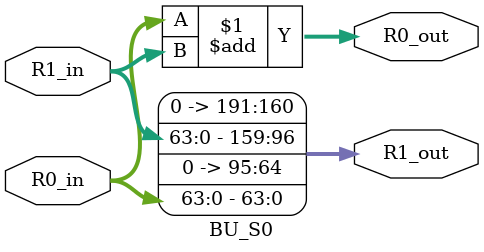
<source format=v>
`timescale 1ns/1ps                           
module BU_S0(R0_out, //add                   
             R1_out, //sub                   
             R0_in,                          
             R1_in                           
             );                              
parameter D_WIDTH = 192;                     
parameter P_WIDTH = 64;                      
                                             
output [D_WIDTH-1:0] R0_out;                 
output [D_WIDTH-1:0] R1_out;                 
                                             
input  [P_WIDTH-1:0] R0_in;                  
input  [P_WIDTH-1:0] R1_in;                  
                                             
assign R0_out = R0_in + R1_in;               
assign R1_out = {32'd0,R1_in,32'd0,R0_in};   
                                             
endmodule                                    

</source>
